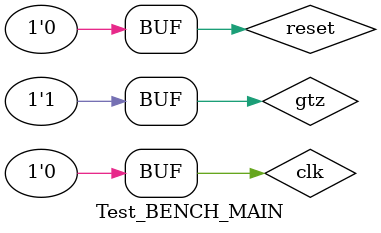
<source format=v>
`timescale 1ns / 1ps


module Test_BENCH_MAIN;

	// Inputs
	reg clk;
	reg reset;
	reg gtz;

	// Outputs
	wire [15:0] ALU;
	wire [15:0] MD;
	wire [15:0] IR;
	wire [15:0] AC;
	wire [11:0] mux1out;
	wire [11:0] mux2out;
	wire [11:0] mux3out;
	wire [11:0] PC;
	wire [11:0] MA;
	wire eMD;
	wire eIR;
	wire eC;
	wire eAC;
	wire eMA;
	wire ePC;
	wire eWD;
	wire eRD;
	wire m1c;
	wire m2c;
	wire m3c;
	wire [2:0] ALUcont;
	wire [15:0] RD1out;
	wire [15:0] RD2out;
	wire cout;
	wire cin;
	wire [11:0] INC;

	// Instantiate the Unit Under Test (UUT)
	MAIN uut (
		.clk(clk), 
		.reset(reset), 
		.gtz(gtz), 
		.ALU(ALU), 
		.MD(MD), 
		.IR(IR), 
		.AC(AC), 
		.mux1out(mux1out), 
		.mux2out(mux2out), 
		.mux3out(mux3out), 
		.PC(PC), 
		.MA(MA), 
		.eMD(eMD), 
		.eIR(eIR), 
		.eC(eC), 
		.eAC(eAC), 
		.eMA(eMA), 
		.ePC(ePC), 
		.eWD(eWD), 
		.eRD(eRD), 
		.m1c(m1c), 
		.m2c(m2c), 
		.m3c(m3c), 
		.ALUcont(ALUcont),
		.RD1out(RD1out),
		.RD2out(RD2out),
		.cout(cout),
		.cin(cin),
		.INC(INC)
	);

	initial begin
		// Initialize Inputs
		clk = 0;
		reset = 0;
		gtz = 1;
		// Wait 100 ns for global reset to finish
		#100;
		end	

        
		// Add stimulus here
		always begin
		clk=1;
		#100;
		clk=0;
		#100;
		end

      
endmodule


</source>
